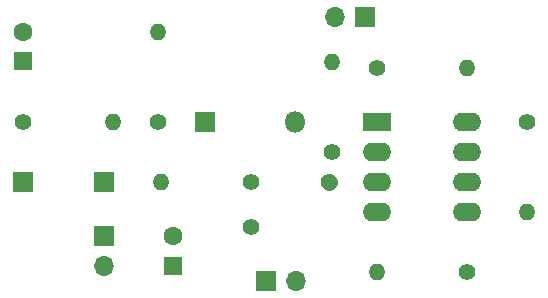
<source format=gbr>
G04 #@! TF.GenerationSoftware,KiCad,Pcbnew,(5.1.2)-2*
G04 #@! TF.CreationDate,2019-11-28T10:38:42+11:00*
G04 #@! TF.ProjectId,AM Demodulator,414d2044-656d-46f6-9475-6c61746f722e,rev 0.1*
G04 #@! TF.SameCoordinates,Original*
G04 #@! TF.FileFunction,Copper,L2,Bot*
G04 #@! TF.FilePolarity,Positive*
%FSLAX46Y46*%
G04 Gerber Fmt 4.6, Leading zero omitted, Abs format (unit mm)*
G04 Created by KiCad (PCBNEW (5.1.2)-2) date 2019-11-28 10:38:42*
%MOMM*%
%LPD*%
G04 APERTURE LIST*
%ADD10C,1.600000*%
%ADD11R,1.600000X1.600000*%
%ADD12O,1.800000X1.800000*%
%ADD13R,1.800000X1.800000*%
%ADD14R,1.700000X1.700000*%
%ADD15O,1.700000X1.700000*%
%ADD16C,1.400000*%
%ADD17O,1.400000X1.400000*%
%ADD18C,1.400000*%
%ADD19O,2.400000X1.600000*%
%ADD20R,2.400000X1.600000*%
G04 APERTURE END LIST*
D10*
X145312000Y-112848000D03*
D11*
X145312000Y-115348000D03*
X132612000Y-98036000D03*
D10*
X132612000Y-95536000D03*
D12*
X155658000Y-103156000D03*
D13*
X148038000Y-103156000D03*
D14*
X139470000Y-108236000D03*
D15*
X155726000Y-116618000D03*
D14*
X153186000Y-116618000D03*
X132612000Y-108236000D03*
X139470000Y-112808000D03*
D15*
X139470000Y-115348000D03*
X159028000Y-94266000D03*
D14*
X161568000Y-94266000D03*
D16*
X151916000Y-108236000D03*
D17*
X144296000Y-108236000D03*
X175284000Y-110776000D03*
D16*
X175284000Y-103156000D03*
X170204000Y-115856000D03*
D17*
X162584000Y-115856000D03*
D16*
X158774000Y-105696000D03*
D17*
X158774000Y-98076000D03*
D16*
X158515114Y-108236000D03*
D18*
X158515114Y-108236000D02*
X158515114Y-108236000D01*
D16*
X151916000Y-112046000D03*
D17*
X170204000Y-98584000D03*
D16*
X162584000Y-98584000D03*
X144038000Y-103156000D03*
D17*
X144038000Y-95536000D03*
X140232000Y-103156000D03*
D16*
X132612000Y-103156000D03*
D19*
X170182000Y-103156000D03*
X162562000Y-110776000D03*
X170182000Y-105696000D03*
X162562000Y-108236000D03*
X170182000Y-108236000D03*
X162562000Y-105696000D03*
X170182000Y-110776000D03*
D20*
X162562000Y-103156000D03*
M02*

</source>
